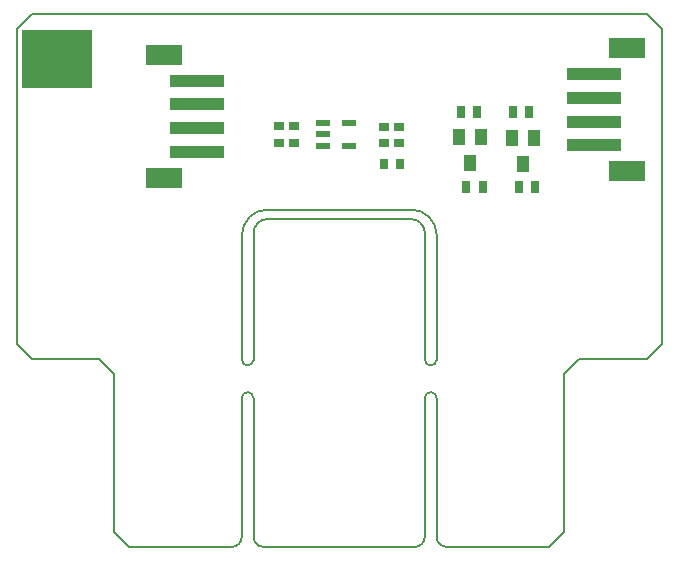
<source format=gtp>
G04 Layer_Color=8421504*
%FSLAX43Y43*%
%MOMM*%
G71*
G01*
G75*
%ADD10R,0.640X1.000*%
%ADD11C,0.127*%
%ADD12R,6.000X5.000*%
%ADD13R,1.000X1.400*%
%ADD14R,1.300X0.600*%
%ADD15R,0.890X0.640*%
%ADD16R,0.640X0.890*%
%ADD17R,0.640X1.000*%
%ADD18R,3.100X1.700*%
%ADD19R,4.600X1.100*%
D10*
X38962Y-8255D02*
D03*
X37562D02*
D03*
X43364D02*
D03*
X41964D02*
D03*
D11*
X33689Y-45085D02*
G03*
X34535Y-44239I0J846D01*
G01*
X20035D02*
G03*
X20881Y-45085I846J0D01*
G01*
X20035Y-32485D02*
G03*
X19035Y-32485I-500J0D01*
G01*
X18189Y-45085D02*
G03*
X19035Y-44239I-0J846D01*
G01*
X35535Y-32485D02*
G03*
X34535Y-32485I-500J0D01*
G01*
Y-29220D02*
G03*
X35535Y-29220I500J0D01*
G01*
Y-18669D02*
G03*
X33386Y-16520I-2149J0D01*
G01*
X34535Y-18510D02*
G03*
X33345Y-17320I-1190J0D01*
G01*
X21225D02*
G03*
X20035Y-18510I0J-1190D01*
G01*
X21229Y-16520D02*
G03*
X19035Y-18714I0J-2194D01*
G01*
Y-29220D02*
G03*
X20035Y-29220I500J0D01*
G01*
X35535Y-44239D02*
G03*
X36381Y-45085I846J0D01*
G01*
X54610Y-27940D02*
Y-1270D01*
X53340Y0D02*
X54610Y-1270D01*
X1270Y0D02*
X53340D01*
X46355Y-43815D02*
Y-30480D01*
X36381Y-45085D02*
X45085D01*
X46355Y-43815D01*
X8255D02*
Y-30480D01*
Y-43815D02*
X9525Y-45085D01*
X18189D01*
X0Y-27940D02*
Y-1270D01*
X1270Y0D01*
X20881Y-45085D02*
X33689D01*
X20035Y-44239D02*
Y-32520D01*
X19035Y-44239D02*
X19035Y-32520D01*
X35535D02*
X35535Y-44239D01*
X34535Y-44239D02*
Y-32520D01*
X46355Y-30480D02*
X47625Y-29210D01*
X53340D02*
X54610Y-27940D01*
X47625Y-29210D02*
X53340D01*
X0Y-27940D02*
X1270Y-29210D01*
X6985D01*
X8255Y-30480D01*
X35535Y-29220D02*
Y-18669D01*
X34535Y-29220D02*
Y-18510D01*
X21229Y-16520D02*
X33386D01*
X21225Y-17320D02*
X33345D01*
X20035Y-29220D02*
Y-18510D01*
X19035Y-29220D02*
Y-18714D01*
D12*
X3429Y-3810D02*
D03*
D13*
X38354Y-12614D02*
D03*
X37404Y-10414D02*
D03*
X39304D02*
D03*
X42865Y-12700D02*
D03*
X41915Y-10500D02*
D03*
X43815D02*
D03*
D14*
X28155Y-9210D02*
D03*
Y-11110D02*
D03*
X25955D02*
D03*
Y-10160D02*
D03*
Y-9210D02*
D03*
D15*
X22225Y-9460D02*
D03*
Y-10860D02*
D03*
X32385Y-9525D02*
D03*
Y-10925D02*
D03*
X23495Y-9460D02*
D03*
Y-10860D02*
D03*
X31115Y-9525D02*
D03*
Y-10925D02*
D03*
D16*
X31052Y-12700D02*
D03*
X32451D02*
D03*
D17*
X38036Y-14605D02*
D03*
X39437D02*
D03*
X42480D02*
D03*
X43880D02*
D03*
D18*
X12490Y-13820D02*
D03*
Y-3420D02*
D03*
X51645Y-2880D02*
D03*
Y-13280D02*
D03*
D19*
X15240Y-11620D02*
D03*
Y-9620D02*
D03*
Y-7620D02*
D03*
Y-5620D02*
D03*
X48895Y-5080D02*
D03*
Y-7080D02*
D03*
Y-9080D02*
D03*
Y-11080D02*
D03*
M02*

</source>
